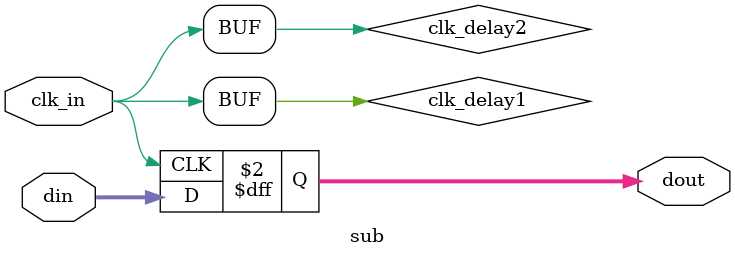
<source format=v>
module sub(clk_in, din, dout);
  input clk_in;
  input [7:0] din;
  output reg [7:0] dout;
  wire clk_delay1 = clk_in;
  wire clk_delay2;

  assign clk_delay2 = clk_delay1;

  always @(posedge clk_delay2)
    dout <= din;

endmodule // sub

</source>
